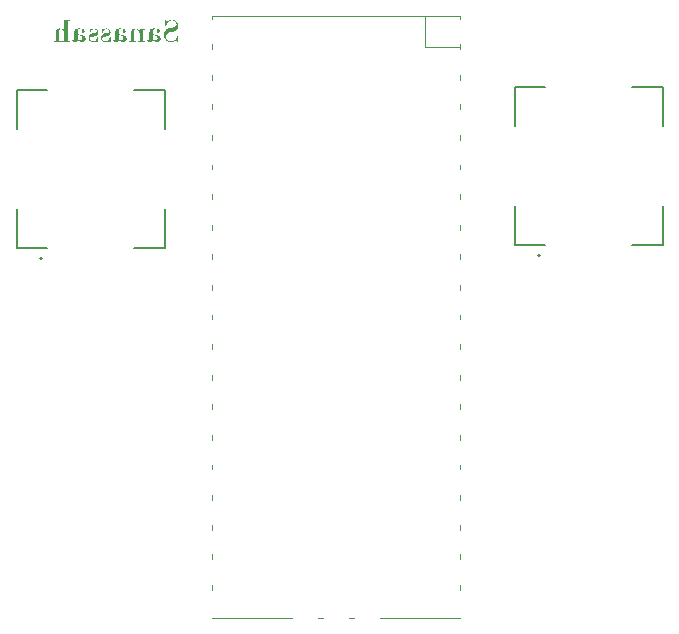
<source format=gbr>
%TF.GenerationSoftware,KiCad,Pcbnew,7.0.2*%
%TF.CreationDate,2023-06-06T14:02:04-04:00*%
%TF.ProjectId,Goufi_v1,476f7566-695f-4763-912e-6b696361645f,rev?*%
%TF.SameCoordinates,Original*%
%TF.FileFunction,Legend,Bot*%
%TF.FilePolarity,Positive*%
%FSLAX46Y46*%
G04 Gerber Fmt 4.6, Leading zero omitted, Abs format (unit mm)*
G04 Created by KiCad (PCBNEW 7.0.2) date 2023-06-06 14:02:04*
%MOMM*%
%LPD*%
G01*
G04 APERTURE LIST*
%ADD10C,0.150000*%
%ADD11C,0.127000*%
%ADD12C,0.200000*%
%ADD13C,0.120000*%
G04 APERTURE END LIST*
D10*
G36*
X119748456Y-50815478D02*
G01*
X119740152Y-51284424D01*
X119804632Y-51284424D01*
X119813417Y-51257496D01*
X119822612Y-51231423D01*
X119832219Y-51206205D01*
X119842238Y-51181842D01*
X119852667Y-51158333D01*
X119863508Y-51135680D01*
X119874760Y-51113881D01*
X119886423Y-51092937D01*
X119898497Y-51072848D01*
X119910983Y-51053614D01*
X119923879Y-51035235D01*
X119937187Y-51017711D01*
X119950906Y-51001041D01*
X119965037Y-50985226D01*
X119979578Y-50970266D01*
X119994531Y-50956161D01*
X120009895Y-50942911D01*
X120025670Y-50930516D01*
X120041856Y-50918975D01*
X120058454Y-50908290D01*
X120075462Y-50898459D01*
X120092882Y-50889483D01*
X120110714Y-50881362D01*
X120128956Y-50874096D01*
X120147609Y-50867684D01*
X120166674Y-50862128D01*
X120186150Y-50857426D01*
X120206037Y-50853579D01*
X120226336Y-50850587D01*
X120247045Y-50848450D01*
X120268166Y-50847168D01*
X120289698Y-50846741D01*
X120313420Y-50847157D01*
X120336471Y-50848405D01*
X120358850Y-50850484D01*
X120380557Y-50853396D01*
X120401592Y-50857140D01*
X120421956Y-50861716D01*
X120441648Y-50867123D01*
X120460668Y-50873363D01*
X120479017Y-50880435D01*
X120505281Y-50892602D01*
X120530033Y-50906641D01*
X120553274Y-50922552D01*
X120575004Y-50940335D01*
X120588651Y-50953230D01*
X120607682Y-50973266D01*
X120624841Y-50993439D01*
X120640129Y-51013749D01*
X120653544Y-51034197D01*
X120665087Y-51054782D01*
X120674759Y-51075505D01*
X120682558Y-51096364D01*
X120688486Y-51117362D01*
X120692542Y-51138496D01*
X120694725Y-51159768D01*
X120695141Y-51174026D01*
X120694364Y-51193622D01*
X120690911Y-51218882D01*
X120684694Y-51243150D01*
X120675714Y-51266426D01*
X120663971Y-51288709D01*
X120649466Y-51310000D01*
X120636773Y-51325317D01*
X120622526Y-51340076D01*
X120606725Y-51354277D01*
X120588772Y-51367877D01*
X120568251Y-51380833D01*
X120545163Y-51393145D01*
X120519508Y-51404813D01*
X120500978Y-51412233D01*
X120481307Y-51419368D01*
X120460495Y-51426216D01*
X120438541Y-51432778D01*
X120415447Y-51439054D01*
X120391212Y-51445044D01*
X120365835Y-51450747D01*
X120339318Y-51456165D01*
X120311659Y-51461296D01*
X120282859Y-51466140D01*
X120253928Y-51470922D01*
X120225875Y-51475864D01*
X120198699Y-51480967D01*
X120172401Y-51486229D01*
X120146980Y-51491652D01*
X120122438Y-51497236D01*
X120098773Y-51502979D01*
X120075986Y-51508883D01*
X120054076Y-51514947D01*
X120033045Y-51521171D01*
X120012891Y-51527556D01*
X119993615Y-51534101D01*
X119975216Y-51540806D01*
X119949265Y-51551165D01*
X119925288Y-51561884D01*
X119902546Y-51573461D01*
X119880483Y-51586396D01*
X119859098Y-51600687D01*
X119838391Y-51616335D01*
X119818362Y-51633339D01*
X119799012Y-51651700D01*
X119780341Y-51671418D01*
X119762347Y-51692493D01*
X119745032Y-51714924D01*
X119728396Y-51738712D01*
X119717681Y-51755324D01*
X119707448Y-51772331D01*
X119697875Y-51789648D01*
X119688962Y-51807273D01*
X119680709Y-51825208D01*
X119673117Y-51843452D01*
X119666184Y-51862005D01*
X119659912Y-51880867D01*
X119654300Y-51900038D01*
X119649349Y-51919518D01*
X119645057Y-51939308D01*
X119641426Y-51959406D01*
X119638455Y-51979814D01*
X119636144Y-52000530D01*
X119634494Y-52021556D01*
X119633504Y-52042891D01*
X119633173Y-52064535D01*
X119633864Y-52097827D01*
X119635936Y-52130412D01*
X119639390Y-52162292D01*
X119644225Y-52193465D01*
X119650442Y-52223933D01*
X119658040Y-52253694D01*
X119667020Y-52282749D01*
X119677381Y-52311099D01*
X119689124Y-52338742D01*
X119702248Y-52365679D01*
X119716754Y-52391911D01*
X119732641Y-52417436D01*
X119749910Y-52442255D01*
X119768560Y-52466368D01*
X119788592Y-52489776D01*
X119810005Y-52512477D01*
X119832378Y-52534127D01*
X119855412Y-52554380D01*
X119879105Y-52573236D01*
X119903459Y-52590696D01*
X119928473Y-52606758D01*
X119954147Y-52621424D01*
X119980481Y-52634694D01*
X120007476Y-52646566D01*
X120035130Y-52657042D01*
X120063445Y-52666121D01*
X120092421Y-52673803D01*
X120122056Y-52680088D01*
X120152352Y-52684977D01*
X120183308Y-52688469D01*
X120214924Y-52690564D01*
X120247200Y-52691263D01*
X120273817Y-52690690D01*
X120300422Y-52688973D01*
X120327016Y-52686111D01*
X120353598Y-52682103D01*
X120380169Y-52676951D01*
X120406729Y-52670655D01*
X120433277Y-52663213D01*
X120459813Y-52654626D01*
X120486339Y-52644895D01*
X120512852Y-52634018D01*
X120539355Y-52621997D01*
X120565845Y-52608831D01*
X120592325Y-52594520D01*
X120618793Y-52579064D01*
X120645249Y-52562463D01*
X120671694Y-52544717D01*
X120800654Y-52660000D01*
X120849014Y-52660000D01*
X120849014Y-52128527D01*
X120789908Y-52128527D01*
X120779520Y-52159244D01*
X120768628Y-52188992D01*
X120757232Y-52217771D01*
X120745333Y-52245580D01*
X120732930Y-52272420D01*
X120720024Y-52298291D01*
X120706613Y-52323192D01*
X120692699Y-52347124D01*
X120678281Y-52370087D01*
X120663359Y-52392080D01*
X120647934Y-52413104D01*
X120632005Y-52433159D01*
X120615572Y-52452244D01*
X120598635Y-52470360D01*
X120581194Y-52487507D01*
X120563250Y-52503684D01*
X120544945Y-52518827D01*
X120526423Y-52532993D01*
X120507683Y-52546182D01*
X120488726Y-52558394D01*
X120469551Y-52569630D01*
X120450158Y-52579888D01*
X120430548Y-52589169D01*
X120410721Y-52597473D01*
X120390675Y-52604801D01*
X120370413Y-52611151D01*
X120349933Y-52616524D01*
X120329235Y-52620921D01*
X120308320Y-52624340D01*
X120287187Y-52626782D01*
X120265837Y-52628248D01*
X120244269Y-52628736D01*
X120222946Y-52628296D01*
X120201840Y-52626973D01*
X120180951Y-52624769D01*
X120160280Y-52621684D01*
X120139827Y-52617717D01*
X120119591Y-52612868D01*
X120099572Y-52607138D01*
X120079772Y-52600526D01*
X120060188Y-52593033D01*
X120040822Y-52584658D01*
X120021674Y-52575402D01*
X120002743Y-52565264D01*
X119984030Y-52554244D01*
X119965535Y-52542343D01*
X119947256Y-52529560D01*
X119929196Y-52515896D01*
X119911805Y-52501497D01*
X119895536Y-52486633D01*
X119880389Y-52471303D01*
X119866364Y-52455507D01*
X119853461Y-52439246D01*
X119841681Y-52422519D01*
X119831022Y-52405327D01*
X119821485Y-52387669D01*
X119813070Y-52369545D01*
X119805777Y-52350956D01*
X119799606Y-52331901D01*
X119794557Y-52312381D01*
X119790630Y-52292395D01*
X119787825Y-52271943D01*
X119786142Y-52251026D01*
X119785581Y-52229644D01*
X119786457Y-52202757D01*
X119789084Y-52176687D01*
X119793464Y-52151432D01*
X119799594Y-52126993D01*
X119807477Y-52103370D01*
X119817111Y-52080562D01*
X119828497Y-52058570D01*
X119841635Y-52037394D01*
X119856524Y-52017034D01*
X119873165Y-51997489D01*
X119885232Y-51984912D01*
X119905003Y-51966790D01*
X119926946Y-51949793D01*
X119951062Y-51933920D01*
X119968346Y-51923964D01*
X119986595Y-51914507D01*
X120005810Y-51905550D01*
X120025991Y-51897093D01*
X120047137Y-51889136D01*
X120069249Y-51881679D01*
X120092326Y-51874722D01*
X120116368Y-51868265D01*
X120141377Y-51862308D01*
X120167350Y-51856850D01*
X120194289Y-51851893D01*
X120208121Y-51849602D01*
X120235621Y-51845089D01*
X120262313Y-51840466D01*
X120288195Y-51835731D01*
X120313268Y-51830887D01*
X120337532Y-51825931D01*
X120360987Y-51820865D01*
X120383633Y-51815688D01*
X120405469Y-51810401D01*
X120426497Y-51805003D01*
X120446716Y-51799494D01*
X120466126Y-51793874D01*
X120493723Y-51785238D01*
X120519500Y-51776352D01*
X120543457Y-51767217D01*
X120551038Y-51764117D01*
X120573090Y-51754130D01*
X120594550Y-51742856D01*
X120615417Y-51730294D01*
X120635691Y-51716444D01*
X120655373Y-51701305D01*
X120674463Y-51684879D01*
X120692960Y-51667165D01*
X120710865Y-51648162D01*
X120728177Y-51627872D01*
X120744896Y-51606294D01*
X120755714Y-51591193D01*
X120770903Y-51567788D01*
X120784599Y-51543920D01*
X120796801Y-51519589D01*
X120807508Y-51494793D01*
X120816722Y-51469534D01*
X120824441Y-51443811D01*
X120830667Y-51417625D01*
X120835398Y-51390975D01*
X120838635Y-51363861D01*
X120840378Y-51336283D01*
X120840710Y-51317641D01*
X120840130Y-51291866D01*
X120838390Y-51266441D01*
X120835489Y-51241368D01*
X120831429Y-51216646D01*
X120826208Y-51192276D01*
X120819827Y-51168256D01*
X120812286Y-51144587D01*
X120803585Y-51121270D01*
X120793724Y-51098303D01*
X120782702Y-51075688D01*
X120770521Y-51053423D01*
X120757179Y-51031510D01*
X120742677Y-51009948D01*
X120727015Y-50988737D01*
X120710193Y-50967877D01*
X120692210Y-50947369D01*
X120673236Y-50927612D01*
X120653437Y-50909129D01*
X120632814Y-50891922D01*
X120611366Y-50875989D01*
X120589094Y-50861330D01*
X120565998Y-50847947D01*
X120542077Y-50835837D01*
X120517333Y-50825003D01*
X120491763Y-50815443D01*
X120465370Y-50807158D01*
X120438152Y-50800147D01*
X120410110Y-50794412D01*
X120381244Y-50789950D01*
X120351553Y-50786764D01*
X120321038Y-50784852D01*
X120289698Y-50784214D01*
X120263188Y-50784777D01*
X120236904Y-50786466D01*
X120210844Y-50789281D01*
X120185010Y-50793221D01*
X120159400Y-50798287D01*
X120134016Y-50804479D01*
X120108857Y-50811797D01*
X120083924Y-50820240D01*
X120059215Y-50829810D01*
X120034732Y-50840505D01*
X120010473Y-50852326D01*
X119986440Y-50865273D01*
X119962632Y-50879345D01*
X119939049Y-50894544D01*
X119915692Y-50910868D01*
X119892559Y-50928318D01*
X119877018Y-50912812D01*
X119862144Y-50896518D01*
X119847937Y-50879438D01*
X119834399Y-50861571D01*
X119821529Y-50842916D01*
X119809326Y-50823475D01*
X119804632Y-50815478D01*
X119748456Y-50815478D01*
G37*
G36*
X118820793Y-51534813D02*
G01*
X118848307Y-51535666D01*
X118875030Y-51537087D01*
X118900964Y-51539077D01*
X118926108Y-51541636D01*
X118950461Y-51544764D01*
X118974025Y-51548460D01*
X118996799Y-51552725D01*
X119018782Y-51557558D01*
X119039976Y-51562960D01*
X119060380Y-51568930D01*
X119079994Y-51575470D01*
X119098818Y-51582578D01*
X119125572Y-51594305D01*
X119150550Y-51607313D01*
X119173509Y-51621260D01*
X119194210Y-51635809D01*
X119212653Y-51650959D01*
X119228837Y-51666710D01*
X119242763Y-51683062D01*
X119254431Y-51700014D01*
X119263841Y-51717568D01*
X119272874Y-51741909D01*
X119277892Y-51767318D01*
X119279021Y-51787076D01*
X119278510Y-51799211D01*
X119275154Y-51819494D01*
X119268666Y-51838561D01*
X119259045Y-51856413D01*
X119246293Y-51873049D01*
X119232875Y-51885500D01*
X119214789Y-51896770D01*
X119194086Y-51904533D01*
X119174256Y-51908397D01*
X119152504Y-51909685D01*
X119146739Y-51909575D01*
X119127134Y-51907444D01*
X119105816Y-51901689D01*
X119085659Y-51892393D01*
X119068972Y-51881353D01*
X119060271Y-51873751D01*
X119047836Y-51858538D01*
X119038954Y-51840893D01*
X119033624Y-51820817D01*
X119031848Y-51798311D01*
X119032011Y-51791252D01*
X119034458Y-51771108D01*
X119040621Y-51750538D01*
X119050410Y-51731877D01*
X119058531Y-51717772D01*
X119065909Y-51699374D01*
X119068972Y-51679120D01*
X119063534Y-51655478D01*
X119051353Y-51639450D01*
X119032210Y-51625986D01*
X119013285Y-51617571D01*
X118990445Y-51610599D01*
X118963689Y-51605069D01*
X118943676Y-51602184D01*
X118921923Y-51599940D01*
X118898430Y-51598337D01*
X118873197Y-51597375D01*
X118846223Y-51597055D01*
X118831149Y-51597274D01*
X118809940Y-51598426D01*
X118784279Y-51601498D01*
X118761610Y-51606326D01*
X118741933Y-51612909D01*
X118721545Y-51623606D01*
X118705831Y-51637047D01*
X118694792Y-51653230D01*
X118689729Y-51664758D01*
X118683753Y-51683508D01*
X118678662Y-51706119D01*
X118675425Y-51725612D01*
X118672686Y-51747278D01*
X118670444Y-51771116D01*
X118668701Y-51797126D01*
X118667456Y-51825309D01*
X118666903Y-51845305D01*
X118666571Y-51866266D01*
X118666460Y-51888192D01*
X118666460Y-52034738D01*
X118708866Y-52037126D01*
X118749925Y-52040140D01*
X118789637Y-52043778D01*
X118828004Y-52048041D01*
X118865024Y-52052930D01*
X118900699Y-52058443D01*
X118935027Y-52064581D01*
X118968009Y-52071344D01*
X118999644Y-52078732D01*
X119029934Y-52086744D01*
X119058877Y-52095382D01*
X119086474Y-52104645D01*
X119112725Y-52114532D01*
X119137630Y-52125045D01*
X119161188Y-52136182D01*
X119183400Y-52147944D01*
X119204266Y-52160332D01*
X119223786Y-52173344D01*
X119241960Y-52186981D01*
X119258787Y-52201243D01*
X119274269Y-52216130D01*
X119288404Y-52231641D01*
X119301193Y-52247778D01*
X119312635Y-52264540D01*
X119322732Y-52281926D01*
X119331482Y-52299938D01*
X119338886Y-52318574D01*
X119344944Y-52337836D01*
X119349656Y-52357722D01*
X119353021Y-52378233D01*
X119355040Y-52399369D01*
X119355714Y-52421130D01*
X119355382Y-52435218D01*
X119353638Y-52455827D01*
X119350401Y-52475810D01*
X119345670Y-52495166D01*
X119339445Y-52513895D01*
X119331725Y-52531997D01*
X119322512Y-52549472D01*
X119311804Y-52566320D01*
X119299603Y-52582542D01*
X119285907Y-52598137D01*
X119270717Y-52613105D01*
X119259808Y-52622569D01*
X119242608Y-52635621D01*
X119224403Y-52647299D01*
X119205193Y-52657603D01*
X119184978Y-52666533D01*
X119163759Y-52674089D01*
X119141536Y-52680272D01*
X119118307Y-52685080D01*
X119094074Y-52688515D01*
X119068837Y-52690576D01*
X119042594Y-52691263D01*
X119015880Y-52690404D01*
X118989594Y-52687828D01*
X118963734Y-52683535D01*
X118938303Y-52677524D01*
X118913298Y-52669796D01*
X118888721Y-52660351D01*
X118864572Y-52649188D01*
X118840850Y-52636308D01*
X118817555Y-52621711D01*
X118794688Y-52605396D01*
X118772248Y-52587364D01*
X118750236Y-52567615D01*
X118728651Y-52546148D01*
X118707493Y-52522964D01*
X118686763Y-52498063D01*
X118666460Y-52471444D01*
X118661219Y-52498063D01*
X118654775Y-52522964D01*
X118647129Y-52546148D01*
X118638281Y-52567615D01*
X118628231Y-52587364D01*
X118616978Y-52605396D01*
X118604524Y-52621711D01*
X118590867Y-52636308D01*
X118576008Y-52649188D01*
X118559948Y-52660351D01*
X118542684Y-52669796D01*
X118524219Y-52677524D01*
X118504552Y-52683535D01*
X118483683Y-52687828D01*
X118461611Y-52690404D01*
X118438337Y-52691263D01*
X118414241Y-52690530D01*
X118391412Y-52688332D01*
X118369850Y-52684668D01*
X118349555Y-52679539D01*
X118330527Y-52672944D01*
X118304361Y-52660305D01*
X118281045Y-52644368D01*
X118260580Y-52625134D01*
X118242966Y-52602602D01*
X118232807Y-52585750D01*
X118223915Y-52567431D01*
X118216290Y-52547648D01*
X118209932Y-52526399D01*
X118204841Y-52503684D01*
X118237570Y-52503684D01*
X118246384Y-52514858D01*
X118261170Y-52531039D01*
X118276075Y-52544167D01*
X118294118Y-52555891D01*
X118312333Y-52563218D01*
X118333802Y-52566210D01*
X118350898Y-52563969D01*
X118369605Y-52554009D01*
X118382650Y-52537878D01*
X118387962Y-52524197D01*
X118392176Y-52504402D01*
X118394847Y-52483235D01*
X118396435Y-52463246D01*
X118397534Y-52440539D01*
X118398144Y-52415115D01*
X118398282Y-52394263D01*
X118398282Y-52097264D01*
X118666460Y-52097264D01*
X118666460Y-52247718D01*
X118666804Y-52271371D01*
X118667834Y-52293727D01*
X118669551Y-52314785D01*
X118671956Y-52334546D01*
X118675927Y-52357422D01*
X118680972Y-52378271D01*
X118688442Y-52400614D01*
X118694617Y-52414528D01*
X118704246Y-52431899D01*
X118715998Y-52449247D01*
X118729872Y-52466570D01*
X118745870Y-52483870D01*
X118760196Y-52497692D01*
X118775881Y-52511500D01*
X118784065Y-52518125D01*
X118800811Y-52530093D01*
X118818061Y-52540351D01*
X118835814Y-52548900D01*
X118858714Y-52557181D01*
X118882401Y-52562791D01*
X118901918Y-52565355D01*
X118921938Y-52566210D01*
X118941285Y-52564958D01*
X118963587Y-52560149D01*
X118984893Y-52551735D01*
X119001888Y-52541967D01*
X119018190Y-52529695D01*
X119033802Y-52514919D01*
X119047874Y-52497724D01*
X119059562Y-52478502D01*
X119068864Y-52457253D01*
X119075781Y-52433976D01*
X119079597Y-52413894D01*
X119081887Y-52392515D01*
X119082650Y-52369839D01*
X119082333Y-52354078D01*
X119080670Y-52331323D01*
X119077582Y-52309633D01*
X119073068Y-52289008D01*
X119067129Y-52269448D01*
X119059765Y-52250952D01*
X119047728Y-52227947D01*
X119033158Y-52206836D01*
X119016053Y-52187617D01*
X119001561Y-52174445D01*
X118984838Y-52162312D01*
X118965074Y-52151192D01*
X118942271Y-52141086D01*
X118916428Y-52131992D01*
X118897510Y-52126493D01*
X118877242Y-52121444D01*
X118855623Y-52116845D01*
X118832652Y-52112697D01*
X118808331Y-52108999D01*
X118782659Y-52105751D01*
X118755636Y-52102954D01*
X118727261Y-52100607D01*
X118697536Y-52098710D01*
X118666460Y-52097264D01*
X118398282Y-52097264D01*
X118398282Y-51872072D01*
X118398301Y-51864676D01*
X118398595Y-51843122D01*
X118399240Y-51822521D01*
X118400648Y-51796536D01*
X118402682Y-51772245D01*
X118405342Y-51749649D01*
X118408628Y-51728747D01*
X118412540Y-51709539D01*
X118418310Y-51687913D01*
X118426154Y-51667982D01*
X118437172Y-51649101D01*
X118451361Y-51631270D01*
X118468723Y-51614487D01*
X118484896Y-51601817D01*
X118503100Y-51589819D01*
X118523334Y-51578492D01*
X118546133Y-51568188D01*
X118565265Y-51561362D01*
X118586141Y-51555308D01*
X118608759Y-51550027D01*
X118633121Y-51545519D01*
X118659226Y-51541784D01*
X118687074Y-51538822D01*
X118706608Y-51537276D01*
X118726916Y-51536074D01*
X118747999Y-51535215D01*
X118769857Y-51534700D01*
X118792490Y-51534528D01*
X118820793Y-51534813D01*
G37*
G36*
X117848247Y-52597473D02*
G01*
X117848247Y-51628318D01*
X118043153Y-51628318D01*
X118043153Y-51565792D01*
X117918100Y-51565792D01*
X117895033Y-51565669D01*
X117872236Y-51565303D01*
X117849710Y-51564692D01*
X117827456Y-51563838D01*
X117805472Y-51562739D01*
X117783759Y-51561395D01*
X117762317Y-51559808D01*
X117741146Y-51557976D01*
X117720246Y-51555900D01*
X117699617Y-51553579D01*
X117679259Y-51551015D01*
X117659172Y-51548206D01*
X117639356Y-51545153D01*
X117619811Y-51541856D01*
X117600537Y-51538314D01*
X117581534Y-51534528D01*
X117581534Y-51802707D01*
X117576160Y-51802707D01*
X117557997Y-51770232D01*
X117538921Y-51739853D01*
X117518933Y-51711568D01*
X117498033Y-51685379D01*
X117476221Y-51661285D01*
X117453497Y-51639286D01*
X117429861Y-51619382D01*
X117405312Y-51601573D01*
X117379852Y-51585860D01*
X117353479Y-51572241D01*
X117326195Y-51560718D01*
X117297998Y-51551290D01*
X117268889Y-51543957D01*
X117238868Y-51538719D01*
X117207935Y-51535576D01*
X117176090Y-51534528D01*
X117153845Y-51535082D01*
X117132356Y-51536744D01*
X117111622Y-51539513D01*
X117091643Y-51543390D01*
X117072421Y-51548374D01*
X117047966Y-51556744D01*
X117024854Y-51567082D01*
X117003086Y-51579389D01*
X116982662Y-51593666D01*
X116977765Y-51597543D01*
X116959126Y-51613648D01*
X116942045Y-51630455D01*
X116926520Y-51647964D01*
X116912552Y-51666175D01*
X116900142Y-51685089D01*
X116889288Y-51704705D01*
X116879992Y-51725023D01*
X116872252Y-51746043D01*
X116865612Y-51768757D01*
X116859857Y-51794403D01*
X116856122Y-51815560D01*
X116852885Y-51838367D01*
X116850145Y-51862821D01*
X116847904Y-51888925D01*
X116846161Y-51916677D01*
X116844916Y-51946078D01*
X116844363Y-51966594D01*
X116844031Y-51987843D01*
X116843920Y-52009825D01*
X116843920Y-52597473D01*
X116629475Y-52597473D01*
X116629475Y-52660000D01*
X117294792Y-52660000D01*
X117294792Y-52597473D01*
X117112099Y-52597473D01*
X117112099Y-51885750D01*
X117112177Y-51865689D01*
X117112588Y-51837080D01*
X117113351Y-51810248D01*
X117114465Y-51785194D01*
X117115932Y-51761917D01*
X117117751Y-51740417D01*
X117119922Y-51720695D01*
X117123365Y-51697164D01*
X117127433Y-51676792D01*
X117132127Y-51659581D01*
X117139807Y-51641568D01*
X117153179Y-51623982D01*
X117171085Y-51610793D01*
X117189470Y-51603161D01*
X117211004Y-51598581D01*
X117230497Y-51597116D01*
X117235686Y-51597055D01*
X117260367Y-51598261D01*
X117284584Y-51601880D01*
X117308337Y-51607912D01*
X117331627Y-51616357D01*
X117354454Y-51627215D01*
X117376816Y-51640486D01*
X117398715Y-51656170D01*
X117420150Y-51674266D01*
X117441122Y-51694775D01*
X117454845Y-51709788D01*
X117468362Y-51725874D01*
X117475044Y-51734319D01*
X117487939Y-51751847D01*
X117500002Y-51770116D01*
X117511234Y-51789125D01*
X117521633Y-51808874D01*
X117531200Y-51829364D01*
X117539936Y-51850594D01*
X117547839Y-51872564D01*
X117554911Y-51895275D01*
X117561151Y-51918726D01*
X117566558Y-51942918D01*
X117571134Y-51967850D01*
X117574878Y-51993522D01*
X117577790Y-52019934D01*
X117579870Y-52047087D01*
X117581118Y-52074981D01*
X117581534Y-52103614D01*
X117581534Y-52597473D01*
X117401771Y-52597473D01*
X117401771Y-52660000D01*
X118043153Y-52660000D01*
X118043153Y-52597473D01*
X117848247Y-52597473D01*
G37*
G36*
X115932866Y-51534813D02*
G01*
X115960379Y-51535666D01*
X115987103Y-51537087D01*
X116013037Y-51539077D01*
X116038180Y-51541636D01*
X116062534Y-51544764D01*
X116086098Y-51548460D01*
X116108871Y-51552725D01*
X116130855Y-51557558D01*
X116152049Y-51562960D01*
X116172453Y-51568930D01*
X116192067Y-51575470D01*
X116210890Y-51582578D01*
X116237645Y-51594305D01*
X116262622Y-51607313D01*
X116285581Y-51621260D01*
X116306282Y-51635809D01*
X116324725Y-51650959D01*
X116340910Y-51666710D01*
X116354836Y-51683062D01*
X116366504Y-51700014D01*
X116375913Y-51717568D01*
X116384946Y-51741909D01*
X116389965Y-51767318D01*
X116391094Y-51787076D01*
X116390583Y-51799211D01*
X116387227Y-51819494D01*
X116380738Y-51838561D01*
X116371118Y-51856413D01*
X116358365Y-51873049D01*
X116344947Y-51885500D01*
X116326862Y-51896770D01*
X116306158Y-51904533D01*
X116286329Y-51908397D01*
X116264576Y-51909685D01*
X116258812Y-51909575D01*
X116239207Y-51907444D01*
X116217889Y-51901689D01*
X116197731Y-51892393D01*
X116181045Y-51881353D01*
X116172344Y-51873751D01*
X116159909Y-51858538D01*
X116151026Y-51840893D01*
X116145697Y-51820817D01*
X116143920Y-51798311D01*
X116144083Y-51791252D01*
X116146531Y-51771108D01*
X116152694Y-51750538D01*
X116162483Y-51731877D01*
X116170604Y-51717772D01*
X116177982Y-51699374D01*
X116181045Y-51679120D01*
X116175607Y-51655478D01*
X116163425Y-51639450D01*
X116144283Y-51625986D01*
X116125358Y-51617571D01*
X116102517Y-51610599D01*
X116075761Y-51605069D01*
X116055748Y-51602184D01*
X116033996Y-51599940D01*
X116010503Y-51598337D01*
X115985269Y-51597375D01*
X115958296Y-51597055D01*
X115943221Y-51597274D01*
X115922012Y-51598426D01*
X115896351Y-51601498D01*
X115873683Y-51606326D01*
X115854006Y-51612909D01*
X115833617Y-51623606D01*
X115817904Y-51637047D01*
X115806865Y-51653230D01*
X115801802Y-51664758D01*
X115795825Y-51683508D01*
X115790735Y-51706119D01*
X115787497Y-51725612D01*
X115784758Y-51747278D01*
X115782517Y-51771116D01*
X115780774Y-51797126D01*
X115779529Y-51825309D01*
X115778976Y-51845305D01*
X115778644Y-51866266D01*
X115778533Y-51888192D01*
X115778533Y-52034738D01*
X115820938Y-52037126D01*
X115861997Y-52040140D01*
X115901710Y-52043778D01*
X115940077Y-52048041D01*
X115977097Y-52052930D01*
X116012771Y-52058443D01*
X116047099Y-52064581D01*
X116080081Y-52071344D01*
X116111717Y-52078732D01*
X116142006Y-52086744D01*
X116170950Y-52095382D01*
X116198547Y-52104645D01*
X116224797Y-52114532D01*
X116249702Y-52125045D01*
X116273261Y-52136182D01*
X116295473Y-52147944D01*
X116316339Y-52160332D01*
X116335859Y-52173344D01*
X116354032Y-52186981D01*
X116370860Y-52201243D01*
X116386341Y-52216130D01*
X116400476Y-52231641D01*
X116413265Y-52247778D01*
X116424708Y-52264540D01*
X116434804Y-52281926D01*
X116443555Y-52299938D01*
X116450959Y-52318574D01*
X116457017Y-52337836D01*
X116461728Y-52357722D01*
X116465094Y-52378233D01*
X116467113Y-52399369D01*
X116467786Y-52421130D01*
X116467454Y-52435218D01*
X116465711Y-52455827D01*
X116462474Y-52475810D01*
X116457743Y-52495166D01*
X116451517Y-52513895D01*
X116443798Y-52531997D01*
X116434584Y-52549472D01*
X116423877Y-52566320D01*
X116411675Y-52582542D01*
X116397979Y-52598137D01*
X116382790Y-52613105D01*
X116371881Y-52622569D01*
X116354680Y-52635621D01*
X116336475Y-52647299D01*
X116317265Y-52657603D01*
X116297051Y-52666533D01*
X116275832Y-52674089D01*
X116253608Y-52680272D01*
X116230380Y-52685080D01*
X116206147Y-52688515D01*
X116180909Y-52690576D01*
X116154667Y-52691263D01*
X116127953Y-52690404D01*
X116101666Y-52687828D01*
X116075807Y-52683535D01*
X116050375Y-52677524D01*
X116025371Y-52669796D01*
X116000794Y-52660351D01*
X115976644Y-52649188D01*
X115952922Y-52636308D01*
X115929628Y-52621711D01*
X115906760Y-52605396D01*
X115884321Y-52587364D01*
X115862308Y-52567615D01*
X115840723Y-52546148D01*
X115819566Y-52522964D01*
X115798836Y-52498063D01*
X115778533Y-52471444D01*
X115773291Y-52498063D01*
X115766847Y-52522964D01*
X115759201Y-52546148D01*
X115750353Y-52567615D01*
X115740303Y-52587364D01*
X115729051Y-52605396D01*
X115716596Y-52621711D01*
X115702940Y-52636308D01*
X115688081Y-52649188D01*
X115672020Y-52660351D01*
X115654757Y-52669796D01*
X115636292Y-52677524D01*
X115616625Y-52683535D01*
X115595755Y-52687828D01*
X115573684Y-52690404D01*
X115550410Y-52691263D01*
X115526314Y-52690530D01*
X115503485Y-52688332D01*
X115481923Y-52684668D01*
X115461628Y-52679539D01*
X115442600Y-52672944D01*
X115416433Y-52660305D01*
X115393118Y-52644368D01*
X115372653Y-52625134D01*
X115355039Y-52602602D01*
X115344880Y-52585750D01*
X115335988Y-52567431D01*
X115328363Y-52547648D01*
X115322005Y-52526399D01*
X115316914Y-52503684D01*
X115349642Y-52503684D01*
X115358457Y-52514858D01*
X115373242Y-52531039D01*
X115388147Y-52544167D01*
X115406191Y-52555891D01*
X115424406Y-52563218D01*
X115445874Y-52566210D01*
X115462970Y-52563969D01*
X115481678Y-52554009D01*
X115494723Y-52537878D01*
X115500035Y-52524197D01*
X115504248Y-52504402D01*
X115506920Y-52483235D01*
X115508507Y-52463246D01*
X115509606Y-52440539D01*
X115510217Y-52415115D01*
X115510354Y-52394263D01*
X115510354Y-52097264D01*
X115778533Y-52097264D01*
X115778533Y-52247718D01*
X115778876Y-52271371D01*
X115779907Y-52293727D01*
X115781624Y-52314785D01*
X115784028Y-52334546D01*
X115788000Y-52357422D01*
X115793044Y-52378271D01*
X115800515Y-52400614D01*
X115806689Y-52414528D01*
X115816318Y-52431899D01*
X115828070Y-52449247D01*
X115841945Y-52466570D01*
X115857942Y-52483870D01*
X115872269Y-52497692D01*
X115887954Y-52511500D01*
X115896138Y-52518125D01*
X115912884Y-52530093D01*
X115930133Y-52540351D01*
X115947887Y-52548900D01*
X115970787Y-52557181D01*
X115994474Y-52562791D01*
X116013991Y-52565355D01*
X116034011Y-52566210D01*
X116053357Y-52564958D01*
X116075660Y-52560149D01*
X116096966Y-52551735D01*
X116113960Y-52541967D01*
X116130263Y-52529695D01*
X116145874Y-52514919D01*
X116159947Y-52497724D01*
X116171634Y-52478502D01*
X116180936Y-52457253D01*
X116187853Y-52433976D01*
X116191670Y-52413894D01*
X116193959Y-52392515D01*
X116194723Y-52369839D01*
X116194406Y-52354078D01*
X116192743Y-52331323D01*
X116189655Y-52309633D01*
X116185141Y-52289008D01*
X116179202Y-52269448D01*
X116171837Y-52250952D01*
X116159801Y-52227947D01*
X116145230Y-52206836D01*
X116128125Y-52187617D01*
X116113634Y-52174445D01*
X116096910Y-52162312D01*
X116077146Y-52151192D01*
X116054343Y-52141086D01*
X116028500Y-52131992D01*
X116009583Y-52126493D01*
X115989314Y-52121444D01*
X115967695Y-52116845D01*
X115944725Y-52112697D01*
X115920404Y-52108999D01*
X115894731Y-52105751D01*
X115867708Y-52102954D01*
X115839334Y-52100607D01*
X115809609Y-52098710D01*
X115778533Y-52097264D01*
X115510354Y-52097264D01*
X115510354Y-51872072D01*
X115510374Y-51864676D01*
X115510667Y-51843122D01*
X115511313Y-51822521D01*
X115512721Y-51796536D01*
X115514755Y-51772245D01*
X115517415Y-51749649D01*
X115520701Y-51728747D01*
X115524612Y-51709539D01*
X115530382Y-51687913D01*
X115538227Y-51667982D01*
X115549244Y-51649101D01*
X115563434Y-51631270D01*
X115580795Y-51614487D01*
X115596969Y-51601817D01*
X115615173Y-51589819D01*
X115635407Y-51578492D01*
X115658205Y-51568188D01*
X115677338Y-51561362D01*
X115698213Y-51555308D01*
X115720832Y-51550027D01*
X115745194Y-51545519D01*
X115771299Y-51541784D01*
X115799147Y-51538822D01*
X115818680Y-51537276D01*
X115838989Y-51536074D01*
X115860072Y-51535215D01*
X115881930Y-51534700D01*
X115904562Y-51534528D01*
X115932866Y-51534813D01*
G37*
G36*
X114380487Y-51565792D02*
G01*
X114380487Y-51878422D01*
X114436663Y-51878422D01*
X114445249Y-51844351D01*
X114455256Y-51812477D01*
X114466682Y-51782801D01*
X114479527Y-51755324D01*
X114493793Y-51730045D01*
X114509478Y-51706964D01*
X114526582Y-51686081D01*
X114545106Y-51667397D01*
X114565050Y-51650910D01*
X114586414Y-51636622D01*
X114609197Y-51624532D01*
X114633400Y-51614640D01*
X114659023Y-51606946D01*
X114686065Y-51601451D01*
X114714527Y-51598154D01*
X114744409Y-51597055D01*
X114763975Y-51597548D01*
X114789101Y-51599743D01*
X114813129Y-51603693D01*
X114836057Y-51609398D01*
X114857886Y-51616859D01*
X114878616Y-51626075D01*
X114898247Y-51637047D01*
X114916779Y-51649774D01*
X114921240Y-51653230D01*
X114937841Y-51667404D01*
X114952229Y-51682082D01*
X114967100Y-51701137D01*
X114978514Y-51720979D01*
X114986468Y-51741609D01*
X114990964Y-51763025D01*
X114992071Y-51780725D01*
X114990302Y-51802713D01*
X114984995Y-51822880D01*
X114976151Y-51841227D01*
X114963769Y-51857753D01*
X114947850Y-51872459D01*
X114941757Y-51876957D01*
X114922706Y-51887697D01*
X114902675Y-51895929D01*
X114878384Y-51903840D01*
X114857371Y-51909563D01*
X114833962Y-51915106D01*
X114808158Y-51920468D01*
X114779958Y-51925650D01*
X114759827Y-51929005D01*
X114738631Y-51932279D01*
X114716371Y-51935474D01*
X114704841Y-51937041D01*
X114679566Y-51940514D01*
X114655094Y-51944523D01*
X114631424Y-51949066D01*
X114608556Y-51954145D01*
X114586491Y-51959760D01*
X114565228Y-51965909D01*
X114544767Y-51972594D01*
X114525109Y-51979814D01*
X114506253Y-51987569D01*
X114488200Y-51995859D01*
X114454500Y-52014046D01*
X114424010Y-52034373D01*
X114396729Y-52056842D01*
X114372658Y-52081451D01*
X114351796Y-52108201D01*
X114334144Y-52137093D01*
X114319701Y-52168125D01*
X114308468Y-52201298D01*
X114300444Y-52236612D01*
X114295630Y-52274067D01*
X114294426Y-52293598D01*
X114294025Y-52313663D01*
X114294441Y-52333664D01*
X114295689Y-52353246D01*
X114299121Y-52381831D01*
X114304424Y-52409471D01*
X114311600Y-52436167D01*
X114320647Y-52461919D01*
X114331567Y-52486725D01*
X114344358Y-52510588D01*
X114359021Y-52533506D01*
X114375556Y-52555479D01*
X114393963Y-52576508D01*
X114400515Y-52583307D01*
X114420932Y-52602600D01*
X114442252Y-52619995D01*
X114464472Y-52635493D01*
X114487595Y-52649093D01*
X114511619Y-52660795D01*
X114536545Y-52670599D01*
X114562372Y-52678506D01*
X114589101Y-52684515D01*
X114616731Y-52688627D01*
X114645263Y-52690841D01*
X114664785Y-52691263D01*
X114693826Y-52690267D01*
X114722694Y-52687278D01*
X114751391Y-52682298D01*
X114770426Y-52677871D01*
X114789386Y-52672559D01*
X114808269Y-52666361D01*
X114827075Y-52659278D01*
X114845806Y-52651310D01*
X114864460Y-52642456D01*
X114883037Y-52632717D01*
X114901539Y-52622092D01*
X114919964Y-52610582D01*
X114938313Y-52598187D01*
X114956585Y-52584906D01*
X114965693Y-52577934D01*
X115061924Y-52660000D01*
X115110284Y-52660000D01*
X115110284Y-52253579D01*
X115061924Y-52253579D01*
X115054379Y-52276660D01*
X115046520Y-52299009D01*
X115038347Y-52320624D01*
X115029860Y-52341507D01*
X115021059Y-52361657D01*
X115011944Y-52381074D01*
X115002516Y-52399759D01*
X114992773Y-52417711D01*
X114982717Y-52434930D01*
X114961662Y-52467170D01*
X114939352Y-52496479D01*
X114915787Y-52522857D01*
X114890965Y-52546304D01*
X114864889Y-52566821D01*
X114837556Y-52584406D01*
X114808968Y-52599061D01*
X114779125Y-52610785D01*
X114748026Y-52619577D01*
X114715671Y-52625439D01*
X114682061Y-52628370D01*
X114664785Y-52628736D01*
X114645082Y-52628140D01*
X114619345Y-52625487D01*
X114594218Y-52620713D01*
X114569702Y-52613817D01*
X114545797Y-52604799D01*
X114522503Y-52593659D01*
X114505432Y-52583912D01*
X114488705Y-52572971D01*
X114472322Y-52560837D01*
X114456870Y-52547812D01*
X114438632Y-52529819D01*
X114423096Y-52511107D01*
X114410262Y-52491678D01*
X114400130Y-52471532D01*
X114392699Y-52450669D01*
X114387971Y-52429087D01*
X114385945Y-52406789D01*
X114385860Y-52401102D01*
X114387124Y-52378066D01*
X114390917Y-52356890D01*
X114397237Y-52337575D01*
X114406087Y-52320120D01*
X114420043Y-52301630D01*
X114434454Y-52288269D01*
X114437640Y-52285819D01*
X114457949Y-52273822D01*
X114480363Y-52264533D01*
X114500769Y-52257747D01*
X114524258Y-52251115D01*
X114550829Y-52244638D01*
X114570256Y-52240406D01*
X114591053Y-52236242D01*
X114613220Y-52232147D01*
X114636757Y-52228121D01*
X114661664Y-52224163D01*
X114687941Y-52220275D01*
X114715588Y-52216454D01*
X114739360Y-52212596D01*
X114762378Y-52208286D01*
X114784640Y-52203524D01*
X114806149Y-52198312D01*
X114826902Y-52192648D01*
X114846901Y-52186533D01*
X114866145Y-52179966D01*
X114884635Y-52172949D01*
X114919349Y-52157560D01*
X114951046Y-52140365D01*
X114979723Y-52121366D01*
X115005382Y-52100561D01*
X115028022Y-52077952D01*
X115047644Y-52053537D01*
X115064247Y-52027317D01*
X115077831Y-51999292D01*
X115088396Y-51969462D01*
X115095943Y-51937827D01*
X115100471Y-51904387D01*
X115101980Y-51869141D01*
X115101070Y-51842892D01*
X115098339Y-51817449D01*
X115093788Y-51792814D01*
X115087417Y-51768986D01*
X115079226Y-51745965D01*
X115069213Y-51723752D01*
X115057381Y-51702345D01*
X115043728Y-51681746D01*
X115028255Y-51661954D01*
X115010962Y-51642968D01*
X114998421Y-51630760D01*
X114978509Y-51613562D01*
X114957789Y-51598056D01*
X114936262Y-51584242D01*
X114913928Y-51572119D01*
X114890787Y-51561688D01*
X114866839Y-51552948D01*
X114842084Y-51545900D01*
X114816521Y-51540543D01*
X114790152Y-51536878D01*
X114762975Y-51534904D01*
X114744409Y-51534528D01*
X114715267Y-51535529D01*
X114687010Y-51538530D01*
X114659637Y-51543532D01*
X114633148Y-51550534D01*
X114607544Y-51559537D01*
X114582825Y-51570541D01*
X114558990Y-51583545D01*
X114536039Y-51598551D01*
X114513973Y-51615557D01*
X114492791Y-51634563D01*
X114479161Y-51648346D01*
X114465392Y-51632378D01*
X114453193Y-51615852D01*
X114440855Y-51596942D01*
X114430167Y-51578836D01*
X114422985Y-51565792D01*
X114380487Y-51565792D01*
G37*
G36*
X113331220Y-51565792D02*
G01*
X113331220Y-51878422D01*
X113387395Y-51878422D01*
X113395982Y-51844351D01*
X113405988Y-51812477D01*
X113417414Y-51782801D01*
X113430260Y-51755324D01*
X113444525Y-51730045D01*
X113460210Y-51706964D01*
X113477315Y-51686081D01*
X113495839Y-51667397D01*
X113515783Y-51650910D01*
X113537147Y-51636622D01*
X113559930Y-51624532D01*
X113584133Y-51614640D01*
X113609756Y-51606946D01*
X113636798Y-51601451D01*
X113665260Y-51598154D01*
X113695141Y-51597055D01*
X113714708Y-51597548D01*
X113739834Y-51599743D01*
X113763861Y-51603693D01*
X113786790Y-51609398D01*
X113808619Y-51616859D01*
X113829349Y-51626075D01*
X113848980Y-51637047D01*
X113867512Y-51649774D01*
X113871973Y-51653230D01*
X113888574Y-51667404D01*
X113902962Y-51682082D01*
X113917833Y-51701137D01*
X113929246Y-51720979D01*
X113937201Y-51741609D01*
X113941697Y-51763025D01*
X113942804Y-51780725D01*
X113941035Y-51802713D01*
X113935728Y-51822880D01*
X113926884Y-51841227D01*
X113914502Y-51857753D01*
X113898582Y-51872459D01*
X113892490Y-51876957D01*
X113873439Y-51887697D01*
X113853407Y-51895929D01*
X113829117Y-51903840D01*
X113808104Y-51909563D01*
X113784695Y-51915106D01*
X113758891Y-51920468D01*
X113730691Y-51925650D01*
X113710560Y-51929005D01*
X113689364Y-51932279D01*
X113667104Y-51935474D01*
X113655574Y-51937041D01*
X113630299Y-51940514D01*
X113605827Y-51944523D01*
X113582157Y-51949066D01*
X113559289Y-51954145D01*
X113537224Y-51959760D01*
X113515961Y-51965909D01*
X113495500Y-51972594D01*
X113475842Y-51979814D01*
X113456986Y-51987569D01*
X113438933Y-51995859D01*
X113405233Y-52014046D01*
X113374742Y-52034373D01*
X113347462Y-52056842D01*
X113323390Y-52081451D01*
X113302529Y-52108201D01*
X113284876Y-52137093D01*
X113270434Y-52168125D01*
X113259200Y-52201298D01*
X113251177Y-52236612D01*
X113246362Y-52274067D01*
X113245159Y-52293598D01*
X113244758Y-52313663D01*
X113245174Y-52333664D01*
X113246421Y-52353246D01*
X113249853Y-52381831D01*
X113255157Y-52409471D01*
X113262333Y-52436167D01*
X113271380Y-52461919D01*
X113282299Y-52486725D01*
X113295091Y-52510588D01*
X113309754Y-52533506D01*
X113326289Y-52555479D01*
X113344696Y-52576508D01*
X113351247Y-52583307D01*
X113371665Y-52602600D01*
X113392984Y-52619995D01*
X113415205Y-52635493D01*
X113438328Y-52649093D01*
X113462352Y-52660795D01*
X113487277Y-52670599D01*
X113513105Y-52678506D01*
X113539833Y-52684515D01*
X113567464Y-52688627D01*
X113595996Y-52690841D01*
X113615518Y-52691263D01*
X113644558Y-52690267D01*
X113673427Y-52687278D01*
X113702123Y-52682298D01*
X113721159Y-52677871D01*
X113740118Y-52672559D01*
X113759001Y-52666361D01*
X113777808Y-52659278D01*
X113796538Y-52651310D01*
X113815192Y-52642456D01*
X113833770Y-52632717D01*
X113852272Y-52622092D01*
X113870697Y-52610582D01*
X113889045Y-52598187D01*
X113907318Y-52584906D01*
X113916425Y-52577934D01*
X114012657Y-52660000D01*
X114061017Y-52660000D01*
X114061017Y-52253579D01*
X114012657Y-52253579D01*
X114005112Y-52276660D01*
X113997253Y-52299009D01*
X113989080Y-52320624D01*
X113980593Y-52341507D01*
X113971792Y-52361657D01*
X113962677Y-52381074D01*
X113953248Y-52399759D01*
X113943506Y-52417711D01*
X113933449Y-52434930D01*
X113912395Y-52467170D01*
X113890085Y-52496479D01*
X113866519Y-52522857D01*
X113841698Y-52546304D01*
X113815621Y-52566821D01*
X113788289Y-52584406D01*
X113759701Y-52599061D01*
X113729858Y-52610785D01*
X113698759Y-52619577D01*
X113666404Y-52625439D01*
X113632794Y-52628370D01*
X113615518Y-52628736D01*
X113595815Y-52628140D01*
X113570078Y-52625487D01*
X113544951Y-52620713D01*
X113520435Y-52613817D01*
X113496530Y-52604799D01*
X113473235Y-52593659D01*
X113456165Y-52583912D01*
X113439438Y-52572971D01*
X113423055Y-52560837D01*
X113407603Y-52547812D01*
X113389365Y-52529819D01*
X113373829Y-52511107D01*
X113360995Y-52491678D01*
X113350862Y-52471532D01*
X113343432Y-52450669D01*
X113338704Y-52429087D01*
X113336677Y-52406789D01*
X113336593Y-52401102D01*
X113337857Y-52378066D01*
X113341649Y-52356890D01*
X113347970Y-52337575D01*
X113356819Y-52320120D01*
X113370775Y-52301630D01*
X113385187Y-52288269D01*
X113388372Y-52285819D01*
X113408682Y-52273822D01*
X113431095Y-52264533D01*
X113451501Y-52257747D01*
X113474990Y-52251115D01*
X113501562Y-52244638D01*
X113520989Y-52240406D01*
X113541785Y-52236242D01*
X113563952Y-52232147D01*
X113587489Y-52228121D01*
X113612396Y-52224163D01*
X113638674Y-52220275D01*
X113666321Y-52216454D01*
X113690093Y-52212596D01*
X113713110Y-52208286D01*
X113735373Y-52203524D01*
X113756881Y-52198312D01*
X113777635Y-52192648D01*
X113797634Y-52186533D01*
X113816878Y-52179966D01*
X113835367Y-52172949D01*
X113870082Y-52157560D01*
X113901778Y-52140365D01*
X113930456Y-52121366D01*
X113956115Y-52100561D01*
X113978755Y-52077952D01*
X113998376Y-52053537D01*
X114014979Y-52027317D01*
X114028563Y-51999292D01*
X114039129Y-51969462D01*
X114046676Y-51937827D01*
X114051204Y-51904387D01*
X114052713Y-51869141D01*
X114051803Y-51842892D01*
X114049072Y-51817449D01*
X114044521Y-51792814D01*
X114038150Y-51768986D01*
X114029958Y-51745965D01*
X114019946Y-51723752D01*
X114008114Y-51702345D01*
X113994461Y-51681746D01*
X113978988Y-51661954D01*
X113961694Y-51642968D01*
X113949154Y-51630760D01*
X113929241Y-51613562D01*
X113908522Y-51598056D01*
X113886995Y-51584242D01*
X113864661Y-51572119D01*
X113841520Y-51561688D01*
X113817572Y-51552948D01*
X113792817Y-51545900D01*
X113767254Y-51540543D01*
X113740884Y-51536878D01*
X113713708Y-51534904D01*
X113695141Y-51534528D01*
X113666000Y-51535529D01*
X113637742Y-51538530D01*
X113610370Y-51543532D01*
X113583881Y-51550534D01*
X113558277Y-51559537D01*
X113533558Y-51570541D01*
X113509722Y-51583545D01*
X113486772Y-51598551D01*
X113464705Y-51615557D01*
X113443524Y-51634563D01*
X113429894Y-51648346D01*
X113416124Y-51632378D01*
X113403926Y-51615852D01*
X113391588Y-51596942D01*
X113380900Y-51578836D01*
X113373718Y-51565792D01*
X113331220Y-51565792D01*
G37*
G36*
X112462663Y-51534813D02*
G01*
X112490177Y-51535666D01*
X112516901Y-51537087D01*
X112542834Y-51539077D01*
X112567978Y-51541636D01*
X112592331Y-51544764D01*
X112615895Y-51548460D01*
X112638669Y-51552725D01*
X112660653Y-51557558D01*
X112681846Y-51562960D01*
X112702250Y-51568930D01*
X112721864Y-51575470D01*
X112740688Y-51582578D01*
X112767443Y-51594305D01*
X112792420Y-51607313D01*
X112815379Y-51621260D01*
X112836080Y-51635809D01*
X112854523Y-51650959D01*
X112870707Y-51666710D01*
X112884633Y-51683062D01*
X112896301Y-51700014D01*
X112905711Y-51717568D01*
X112914744Y-51741909D01*
X112919762Y-51767318D01*
X112920892Y-51787076D01*
X112920380Y-51799211D01*
X112917024Y-51819494D01*
X112910536Y-51838561D01*
X112900916Y-51856413D01*
X112888163Y-51873049D01*
X112874745Y-51885500D01*
X112856659Y-51896770D01*
X112835956Y-51904533D01*
X112816127Y-51908397D01*
X112794374Y-51909685D01*
X112788609Y-51909575D01*
X112769004Y-51907444D01*
X112747687Y-51901689D01*
X112727529Y-51892393D01*
X112710843Y-51881353D01*
X112702142Y-51873751D01*
X112689706Y-51858538D01*
X112680824Y-51840893D01*
X112675494Y-51820817D01*
X112673718Y-51798311D01*
X112673881Y-51791252D01*
X112676328Y-51771108D01*
X112682491Y-51750538D01*
X112692280Y-51731877D01*
X112700401Y-51717772D01*
X112707779Y-51699374D01*
X112710843Y-51679120D01*
X112705404Y-51655478D01*
X112693223Y-51639450D01*
X112674080Y-51625986D01*
X112655155Y-51617571D01*
X112632315Y-51610599D01*
X112605559Y-51605069D01*
X112585546Y-51602184D01*
X112563793Y-51599940D01*
X112540300Y-51598337D01*
X112515067Y-51597375D01*
X112488093Y-51597055D01*
X112473019Y-51597274D01*
X112451810Y-51598426D01*
X112426149Y-51601498D01*
X112403480Y-51606326D01*
X112383803Y-51612909D01*
X112363415Y-51623606D01*
X112347701Y-51637047D01*
X112336663Y-51653230D01*
X112331599Y-51664758D01*
X112325623Y-51683508D01*
X112320532Y-51706119D01*
X112317295Y-51725612D01*
X112314556Y-51747278D01*
X112312315Y-51771116D01*
X112310572Y-51797126D01*
X112309327Y-51825309D01*
X112308773Y-51845305D01*
X112308441Y-51866266D01*
X112308330Y-51888192D01*
X112308330Y-52034738D01*
X112350736Y-52037126D01*
X112391795Y-52040140D01*
X112431508Y-52043778D01*
X112469874Y-52048041D01*
X112506895Y-52052930D01*
X112542569Y-52058443D01*
X112576897Y-52064581D01*
X112609879Y-52071344D01*
X112641514Y-52078732D01*
X112671804Y-52086744D01*
X112700747Y-52095382D01*
X112728344Y-52104645D01*
X112754595Y-52114532D01*
X112779500Y-52125045D01*
X112803058Y-52136182D01*
X112825270Y-52147944D01*
X112846137Y-52160332D01*
X112865656Y-52173344D01*
X112883830Y-52186981D01*
X112900658Y-52201243D01*
X112916139Y-52216130D01*
X112930274Y-52231641D01*
X112943063Y-52247778D01*
X112954505Y-52264540D01*
X112964602Y-52281926D01*
X112973352Y-52299938D01*
X112980756Y-52318574D01*
X112986814Y-52337836D01*
X112991526Y-52357722D01*
X112994891Y-52378233D01*
X112996911Y-52399369D01*
X112997584Y-52421130D01*
X112997252Y-52435218D01*
X112995509Y-52455827D01*
X112992272Y-52475810D01*
X112987540Y-52495166D01*
X112981315Y-52513895D01*
X112973596Y-52531997D01*
X112964382Y-52549472D01*
X112953674Y-52566320D01*
X112941473Y-52582542D01*
X112927777Y-52598137D01*
X112912587Y-52613105D01*
X112901678Y-52622569D01*
X112884478Y-52635621D01*
X112866273Y-52647299D01*
X112847063Y-52657603D01*
X112826849Y-52666533D01*
X112805629Y-52674089D01*
X112783406Y-52680272D01*
X112760177Y-52685080D01*
X112735944Y-52688515D01*
X112710707Y-52690576D01*
X112684464Y-52691263D01*
X112657750Y-52690404D01*
X112631464Y-52687828D01*
X112605605Y-52683535D01*
X112580173Y-52677524D01*
X112555168Y-52669796D01*
X112530591Y-52660351D01*
X112506442Y-52649188D01*
X112482720Y-52636308D01*
X112459425Y-52621711D01*
X112436558Y-52605396D01*
X112414118Y-52587364D01*
X112392106Y-52567615D01*
X112370521Y-52546148D01*
X112349363Y-52522964D01*
X112328633Y-52498063D01*
X112308330Y-52471444D01*
X112303089Y-52498063D01*
X112296645Y-52522964D01*
X112288999Y-52546148D01*
X112280151Y-52567615D01*
X112270101Y-52587364D01*
X112258848Y-52605396D01*
X112246394Y-52621711D01*
X112232737Y-52636308D01*
X112217879Y-52649188D01*
X112201818Y-52660351D01*
X112184555Y-52669796D01*
X112166090Y-52677524D01*
X112146422Y-52683535D01*
X112125553Y-52687828D01*
X112103481Y-52690404D01*
X112080208Y-52691263D01*
X112056112Y-52690530D01*
X112033283Y-52688332D01*
X112011720Y-52684668D01*
X111991425Y-52679539D01*
X111972397Y-52672944D01*
X111946231Y-52660305D01*
X111922915Y-52644368D01*
X111902450Y-52625134D01*
X111884836Y-52602602D01*
X111874677Y-52585750D01*
X111865785Y-52567431D01*
X111858160Y-52547648D01*
X111851802Y-52526399D01*
X111846712Y-52503684D01*
X111879440Y-52503684D01*
X111888254Y-52514858D01*
X111903040Y-52531039D01*
X111917945Y-52544167D01*
X111935988Y-52555891D01*
X111954204Y-52563218D01*
X111975672Y-52566210D01*
X111992768Y-52563969D01*
X112011475Y-52554009D01*
X112024520Y-52537878D01*
X112029833Y-52524197D01*
X112034046Y-52504402D01*
X112036717Y-52483235D01*
X112038305Y-52463246D01*
X112039404Y-52440539D01*
X112040014Y-52415115D01*
X112040152Y-52394263D01*
X112040152Y-52097264D01*
X112308330Y-52097264D01*
X112308330Y-52247718D01*
X112308674Y-52271371D01*
X112309704Y-52293727D01*
X112311422Y-52314785D01*
X112313826Y-52334546D01*
X112317797Y-52357422D01*
X112322842Y-52378271D01*
X112330312Y-52400614D01*
X112336487Y-52414528D01*
X112346116Y-52431899D01*
X112357868Y-52449247D01*
X112371743Y-52466570D01*
X112387740Y-52483870D01*
X112402066Y-52497692D01*
X112417751Y-52511500D01*
X112425935Y-52518125D01*
X112442681Y-52530093D01*
X112459931Y-52540351D01*
X112477684Y-52548900D01*
X112500584Y-52557181D01*
X112524272Y-52562791D01*
X112543788Y-52565355D01*
X112563809Y-52566210D01*
X112583155Y-52564958D01*
X112605457Y-52560149D01*
X112626764Y-52551735D01*
X112643758Y-52541967D01*
X112660061Y-52529695D01*
X112675672Y-52514919D01*
X112689744Y-52497724D01*
X112701432Y-52478502D01*
X112710734Y-52457253D01*
X112717651Y-52433976D01*
X112721467Y-52413894D01*
X112723757Y-52392515D01*
X112724520Y-52369839D01*
X112724204Y-52354078D01*
X112722541Y-52331323D01*
X112719452Y-52309633D01*
X112714939Y-52289008D01*
X112708999Y-52269448D01*
X112701635Y-52250952D01*
X112689598Y-52227947D01*
X112675028Y-52206836D01*
X112657923Y-52187617D01*
X112643432Y-52174445D01*
X112626708Y-52162312D01*
X112606944Y-52151192D01*
X112584141Y-52141086D01*
X112558298Y-52131992D01*
X112539380Y-52126493D01*
X112519112Y-52121444D01*
X112497493Y-52116845D01*
X112474522Y-52112697D01*
X112450201Y-52108999D01*
X112424529Y-52105751D01*
X112397506Y-52102954D01*
X112369132Y-52100607D01*
X112339407Y-52098710D01*
X112308330Y-52097264D01*
X112040152Y-52097264D01*
X112040152Y-51872072D01*
X112040171Y-51864676D01*
X112040465Y-51843122D01*
X112041110Y-51822521D01*
X112042518Y-51796536D01*
X112044553Y-51772245D01*
X112047212Y-51749649D01*
X112050498Y-51728747D01*
X112054410Y-51709539D01*
X112060180Y-51687913D01*
X112068025Y-51667982D01*
X112079042Y-51649101D01*
X112093231Y-51631270D01*
X112110593Y-51614487D01*
X112126766Y-51601817D01*
X112144970Y-51589819D01*
X112165204Y-51578492D01*
X112188003Y-51568188D01*
X112207135Y-51561362D01*
X112228011Y-51555308D01*
X112250630Y-51550027D01*
X112274991Y-51545519D01*
X112301096Y-51541784D01*
X112328944Y-51538822D01*
X112348478Y-51537276D01*
X112368786Y-51536074D01*
X112389869Y-51535215D01*
X112411727Y-51534700D01*
X112434360Y-51534528D01*
X112462663Y-51534813D01*
G37*
G36*
X111471066Y-52597473D02*
G01*
X111471066Y-50878004D01*
X111685023Y-50878004D01*
X111685023Y-50815478D01*
X111478882Y-50815478D01*
X111456108Y-50815355D01*
X111434071Y-50814989D01*
X111412770Y-50814378D01*
X111392206Y-50813524D01*
X111372379Y-50812424D01*
X111344018Y-50810318D01*
X111317315Y-50807662D01*
X111292269Y-50804456D01*
X111268881Y-50800701D01*
X111247149Y-50796396D01*
X111227075Y-50791542D01*
X111202887Y-50784214D01*
X111202887Y-51786587D01*
X111197514Y-51786587D01*
X111179867Y-51756064D01*
X111161366Y-51727511D01*
X111142010Y-51700927D01*
X111121799Y-51676311D01*
X111100733Y-51653666D01*
X111078812Y-51632989D01*
X111056036Y-51614281D01*
X111032406Y-51597543D01*
X111007921Y-51582774D01*
X110982580Y-51569974D01*
X110956385Y-51559144D01*
X110929335Y-51550282D01*
X110901431Y-51543390D01*
X110872671Y-51538467D01*
X110843057Y-51535513D01*
X110812587Y-51534528D01*
X110787636Y-51535360D01*
X110762853Y-51537856D01*
X110738238Y-51542016D01*
X110713791Y-51547840D01*
X110689512Y-51555327D01*
X110665400Y-51564479D01*
X110647427Y-51572434D01*
X110629548Y-51581326D01*
X110617681Y-51587773D01*
X110600510Y-51598165D01*
X110579470Y-51613289D01*
X110560553Y-51629863D01*
X110543757Y-51647887D01*
X110529084Y-51667362D01*
X110516532Y-51688286D01*
X110506102Y-51710661D01*
X110497794Y-51734487D01*
X110496049Y-51740669D01*
X110491247Y-51760314D01*
X110486918Y-51782063D01*
X110483061Y-51805915D01*
X110479677Y-51831871D01*
X110476764Y-51859931D01*
X110475085Y-51879806D01*
X110473616Y-51900617D01*
X110472357Y-51922362D01*
X110471307Y-51945042D01*
X110470467Y-51968657D01*
X110469838Y-51993207D01*
X110469418Y-52018693D01*
X110469208Y-52045113D01*
X110469182Y-52058674D01*
X110469182Y-52597473D01*
X110292350Y-52597473D01*
X110292350Y-52660000D01*
X110913215Y-52660000D01*
X110913215Y-52597473D01*
X110735895Y-52597473D01*
X110735895Y-52026434D01*
X110735945Y-51997893D01*
X110736093Y-51970403D01*
X110736342Y-51943962D01*
X110736689Y-51918570D01*
X110737135Y-51894228D01*
X110737681Y-51870935D01*
X110738326Y-51848692D01*
X110739070Y-51827498D01*
X110739914Y-51807353D01*
X110741365Y-51779105D01*
X110743039Y-51753217D01*
X110744937Y-51729691D01*
X110747058Y-51708527D01*
X110748596Y-51695729D01*
X110753190Y-51672602D01*
X110760869Y-51652559D01*
X110771631Y-51635599D01*
X110785476Y-51621723D01*
X110802405Y-51610931D01*
X110822418Y-51603222D01*
X110845514Y-51598596D01*
X110871694Y-51597055D01*
X110893803Y-51597956D01*
X110915251Y-51600661D01*
X110936038Y-51605169D01*
X110956164Y-51611480D01*
X110975628Y-51619595D01*
X110994432Y-51629512D01*
X111012574Y-51641233D01*
X111030055Y-51654757D01*
X111046875Y-51670084D01*
X111063034Y-51687215D01*
X111073439Y-51699637D01*
X111088228Y-51718818D01*
X111102004Y-51738076D01*
X111114766Y-51757412D01*
X111126516Y-51776825D01*
X111137252Y-51796315D01*
X111146975Y-51815883D01*
X111155685Y-51835528D01*
X111163381Y-51855250D01*
X111170064Y-51875049D01*
X111175734Y-51894926D01*
X111178952Y-51908220D01*
X111183229Y-51929544D01*
X111187086Y-51953580D01*
X111190522Y-51980331D01*
X111193537Y-52009795D01*
X111195314Y-52030944D01*
X111196903Y-52053300D01*
X111198306Y-52076862D01*
X111199521Y-52101630D01*
X111200550Y-52127604D01*
X111201391Y-52154783D01*
X111202046Y-52183169D01*
X111202513Y-52212760D01*
X111202794Y-52243558D01*
X111202887Y-52275561D01*
X111202887Y-52597473D01*
X111025567Y-52597473D01*
X111025567Y-52660000D01*
X111664506Y-52660000D01*
X111664506Y-52597473D01*
X111471066Y-52597473D01*
G37*
D11*
%TO.C,MT2*%
X149341100Y-56452000D02*
X151891100Y-56452000D01*
X149341100Y-59752000D02*
X149341100Y-56452000D01*
X149341100Y-66552000D02*
X149341100Y-69852000D01*
X149341100Y-69852000D02*
X151891100Y-69852000D01*
X159291100Y-56452000D02*
X161841100Y-56452000D01*
X159291100Y-69852000D02*
X161841100Y-69852000D01*
X161841100Y-56452000D02*
X161841100Y-59752000D01*
X161841100Y-69852000D02*
X161841100Y-66552000D01*
D12*
X151491100Y-70752000D02*
G75*
G03*
X151491100Y-70752000I-100000J0D01*
G01*
D11*
%TO.C,MT1*%
X107177100Y-56706000D02*
X109727100Y-56706000D01*
X107177100Y-60006000D02*
X107177100Y-56706000D01*
X107177100Y-66806000D02*
X107177100Y-70106000D01*
X107177100Y-70106000D02*
X109727100Y-70106000D01*
X117127100Y-56706000D02*
X119677100Y-56706000D01*
X117127100Y-70106000D02*
X119677100Y-70106000D01*
X119677100Y-56706000D02*
X119677100Y-60006000D01*
X119677100Y-70106000D02*
X119677100Y-66806000D01*
D12*
X109327100Y-71006000D02*
G75*
G03*
X109327100Y-71006000I-100000J0D01*
G01*
D13*
%TO.C,U1*%
X144705038Y-98665365D02*
X144705038Y-99065365D01*
X144705038Y-96065365D02*
X144705038Y-96465365D01*
X144705038Y-93565365D02*
X144705038Y-93965365D01*
X144705038Y-91065365D02*
X144705038Y-91465365D01*
X144705038Y-88465365D02*
X144705038Y-88865365D01*
X144705038Y-85965365D02*
X144705038Y-86365365D01*
X144705038Y-83365365D02*
X144705038Y-83765365D01*
X144705038Y-80865365D02*
X144705038Y-81265365D01*
X144705038Y-78265365D02*
X144705038Y-78665365D01*
X144705038Y-75765365D02*
X144705038Y-76165365D01*
X144705038Y-73265365D02*
X144705038Y-73665365D01*
X144705038Y-70665365D02*
X144705038Y-71065365D01*
X144705038Y-68165365D02*
X144705038Y-68565365D01*
X144705038Y-65565365D02*
X144705038Y-65965365D01*
X144705038Y-63065365D02*
X144705038Y-63465365D01*
X144705038Y-60565365D02*
X144705038Y-60965365D01*
X144705038Y-57965365D02*
X144705038Y-58365365D01*
X144705038Y-55465365D02*
X144705038Y-55865365D01*
X144705038Y-53132365D02*
X141698038Y-53132365D01*
X144705038Y-52865365D02*
X144705038Y-53265365D01*
X144705038Y-50465365D02*
X144705038Y-50765365D01*
X144705038Y-50465365D02*
X123705038Y-50465365D01*
X141698038Y-53132365D02*
X141698038Y-50465365D01*
X137905038Y-101465365D02*
X144705038Y-101465365D01*
X135705038Y-101465365D02*
X135305038Y-101465365D01*
X133105038Y-101465365D02*
X132705038Y-101465365D01*
X123705038Y-101465365D02*
X130505038Y-101465365D01*
X123705038Y-98665365D02*
X123705038Y-99065365D01*
X123705038Y-96065365D02*
X123705038Y-96465365D01*
X123705038Y-93565365D02*
X123705038Y-93965365D01*
X123705038Y-91065365D02*
X123705038Y-91465365D01*
X123705038Y-88465365D02*
X123705038Y-88865365D01*
X123705038Y-85965365D02*
X123705038Y-86365365D01*
X123705038Y-83365365D02*
X123705038Y-83765365D01*
X123705038Y-80865365D02*
X123705038Y-81265365D01*
X123705038Y-78265365D02*
X123705038Y-78665365D01*
X123705038Y-75765365D02*
X123705038Y-76165365D01*
X123705038Y-73265365D02*
X123705038Y-73665365D01*
X123705038Y-70665365D02*
X123705038Y-71065365D01*
X123705038Y-68165365D02*
X123705038Y-68565365D01*
X123705038Y-65565365D02*
X123705038Y-65965365D01*
X123705038Y-63065365D02*
X123705038Y-63465365D01*
X123705038Y-60565365D02*
X123705038Y-60965365D01*
X123705038Y-57965365D02*
X123705038Y-58365365D01*
X123705038Y-55465365D02*
X123705038Y-55865365D01*
X123705038Y-52865365D02*
X123705038Y-53265365D01*
X123705038Y-50465365D02*
X123705038Y-50765365D01*
%TD*%
M02*

</source>
